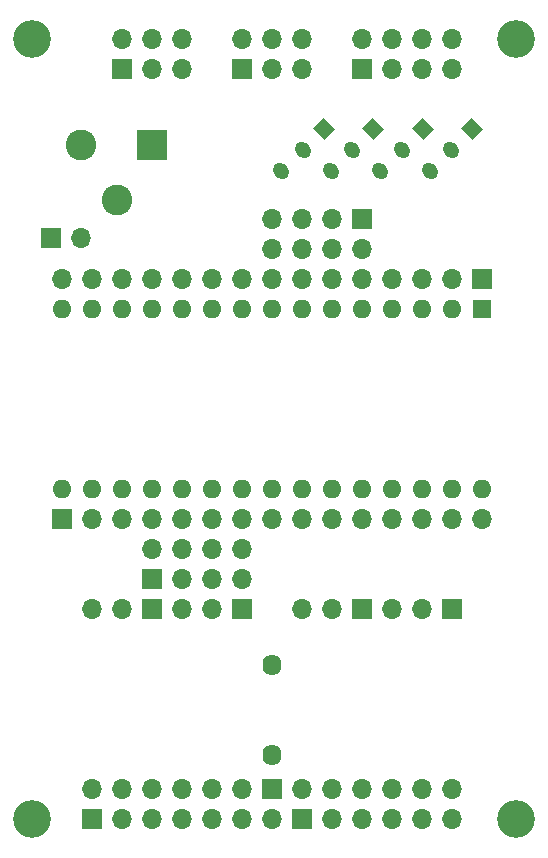
<source format=gbs>
%TF.GenerationSoftware,KiCad,Pcbnew,8.0.8*%
%TF.CreationDate,2025-04-14T16:09:26+09:00*%
%TF.ProjectId,EVBPusher_nano,45564250-7573-4686-9572-5f6e616e6f2e,0.1*%
%TF.SameCoordinates,PX5f5e100PY8f0d180*%
%TF.FileFunction,Soldermask,Bot*%
%TF.FilePolarity,Negative*%
%FSLAX46Y46*%
G04 Gerber Fmt 4.6, Leading zero omitted, Abs format (unit mm)*
G04 Created by KiCad (PCBNEW 8.0.8) date 2025-04-14 16:09:26*
%MOMM*%
%LPD*%
G01*
G04 APERTURE LIST*
G04 Aperture macros list*
%AMHorizOval*
0 Thick line with rounded ends*
0 $1 width*
0 $2 $3 position (X,Y) of the first rounded end (center of the circle)*
0 $4 $5 position (X,Y) of the second rounded end (center of the circle)*
0 Add line between two ends*
20,1,$1,$2,$3,$4,$5,0*
0 Add two circle primitives to create the rounded ends*
1,1,$1,$2,$3*
1,1,$1,$4,$5*%
%AMRotRect*
0 Rectangle, with rotation*
0 The origin of the aperture is its center*
0 $1 length*
0 $2 width*
0 $3 Rotation angle, in degrees counterclockwise*
0 Add horizontal line*
21,1,$1,$2,0,0,$3*%
G04 Aperture macros list end*
%ADD10O,1.600000X1.800000*%
%ADD11R,2.600000X2.600000*%
%ADD12C,2.600000*%
%ADD13RotRect,1.200000X1.400000X225.000000*%
%ADD14HorizOval,1.200000X-0.106066X0.106066X0.106066X-0.106066X0*%
%ADD15R,1.700000X1.700000*%
%ADD16O,1.700000X1.700000*%
%ADD17C,3.200000*%
%ADD18R,1.600000X1.600000*%
%ADD19O,1.600000X1.600000*%
G04 APERTURE END LIST*
D10*
X23317200Y16002000D03*
X23317200Y8382000D03*
D11*
X13185000Y60059000D03*
D12*
X7185000Y60059000D03*
X10185000Y55359000D03*
D13*
X40277051Y61420000D03*
D14*
X38481000Y59623949D03*
X36684949Y57827898D03*
D13*
X36086051Y61420000D03*
D14*
X34290000Y59623949D03*
X32493949Y57827898D03*
D13*
X31895051Y61420000D03*
D14*
X30099000Y59623949D03*
X28302949Y57827898D03*
D13*
X27704051Y61420000D03*
D14*
X25908000Y59623949D03*
X24111949Y57827898D03*
D15*
X13160000Y23320000D03*
D16*
X13160000Y25860000D03*
X15700000Y23320000D03*
X15700000Y25860000D03*
X18240000Y23320000D03*
X18240000Y25860000D03*
X20780000Y23320000D03*
X20780000Y25860000D03*
D15*
X10620000Y66460000D03*
D16*
X10620000Y69000000D03*
X13160000Y66460000D03*
X13160000Y69000000D03*
X15700000Y66460000D03*
X15700000Y69000000D03*
D17*
X44000000Y69000000D03*
D15*
X5540000Y28400000D03*
D16*
X8080000Y28400000D03*
X10620000Y28400000D03*
X13160000Y28400000D03*
X15700000Y28400000D03*
X18240000Y28400000D03*
X20780000Y28400000D03*
X23320000Y28400000D03*
X25860000Y28400000D03*
X28400000Y28400000D03*
X30940000Y28400000D03*
X33480000Y28400000D03*
X36020000Y28400000D03*
X38560000Y28400000D03*
X41100000Y28400000D03*
D15*
X41100000Y48720000D03*
D16*
X38560000Y48720000D03*
X36020000Y48720000D03*
X33480000Y48720000D03*
X30940000Y48720000D03*
X28400000Y48720000D03*
X25860000Y48720000D03*
X23320000Y48720000D03*
X20780000Y48720000D03*
X18240000Y48720000D03*
X15700000Y48720000D03*
X13160000Y48720000D03*
X10620000Y48720000D03*
X8080000Y48720000D03*
X5540000Y48720000D03*
D17*
X3000000Y3000000D03*
D15*
X13160000Y20780000D03*
D16*
X10620000Y20780000D03*
X8080000Y20780000D03*
X8080000Y5540000D03*
X10620000Y5540000D03*
X13160000Y5540000D03*
D15*
X30940000Y20780000D03*
D16*
X28400000Y20780000D03*
X25860000Y20780000D03*
X25860000Y5540000D03*
X28400000Y5540000D03*
X30940000Y5540000D03*
D17*
X44000000Y3000000D03*
D15*
X23317200Y5537200D03*
D16*
X23317200Y2997200D03*
D15*
X8080000Y3000000D03*
D16*
X10620000Y3000000D03*
X13160000Y3000000D03*
X15700000Y3000000D03*
X18240000Y3000000D03*
X20780000Y3000000D03*
D15*
X25860000Y3000000D03*
D16*
X28400000Y3000000D03*
X30940000Y3000000D03*
X33480000Y3000000D03*
X36020000Y3000000D03*
X38560000Y3000000D03*
D15*
X4597400Y52171600D03*
D16*
X7137400Y52171600D03*
D15*
X30940000Y53800000D03*
D16*
X30940000Y51260000D03*
X28400000Y53800000D03*
X28400000Y51260000D03*
X25860000Y53800000D03*
X25860000Y51260000D03*
X23320000Y53800000D03*
X23320000Y51260000D03*
D18*
X41100000Y46180000D03*
D19*
X38560000Y46180000D03*
X36020000Y46180000D03*
X33480000Y46180000D03*
X30940000Y46180000D03*
X28400000Y46180000D03*
X25860000Y46180000D03*
X23320000Y46180000D03*
X20780000Y46180000D03*
X18240000Y46180000D03*
X15700000Y46180000D03*
X13160000Y46180000D03*
X10620000Y46180000D03*
X8080000Y46180000D03*
X5540000Y46180000D03*
X5540000Y30940000D03*
X8080000Y30940000D03*
X10620000Y30940000D03*
X13160000Y30940000D03*
X15700000Y30940000D03*
X18240000Y30940000D03*
X20780000Y30940000D03*
X23320000Y30940000D03*
X25860000Y30940000D03*
X28400000Y30940000D03*
X30940000Y30940000D03*
X33480000Y30940000D03*
X36020000Y30940000D03*
X38560000Y30940000D03*
X41100000Y30940000D03*
D15*
X38560000Y20780000D03*
D16*
X36020000Y20780000D03*
X33480000Y20780000D03*
X33480000Y5540000D03*
X36020000Y5540000D03*
X38560000Y5540000D03*
D15*
X20780000Y66460000D03*
D16*
X20780000Y69000000D03*
X23320000Y66460000D03*
X23320000Y69000000D03*
X25860000Y66460000D03*
X25860000Y69000000D03*
D15*
X30940000Y66460000D03*
D16*
X30940000Y69000000D03*
X33480000Y66460000D03*
X33480000Y69000000D03*
X36020000Y66460000D03*
X36020000Y69000000D03*
X38560000Y66460000D03*
X38560000Y69000000D03*
D15*
X20780000Y20780000D03*
D16*
X18240000Y20780000D03*
X15700000Y20780000D03*
X15700000Y5540000D03*
X18240000Y5540000D03*
X20780000Y5540000D03*
D17*
X3000000Y69000000D03*
M02*

</source>
